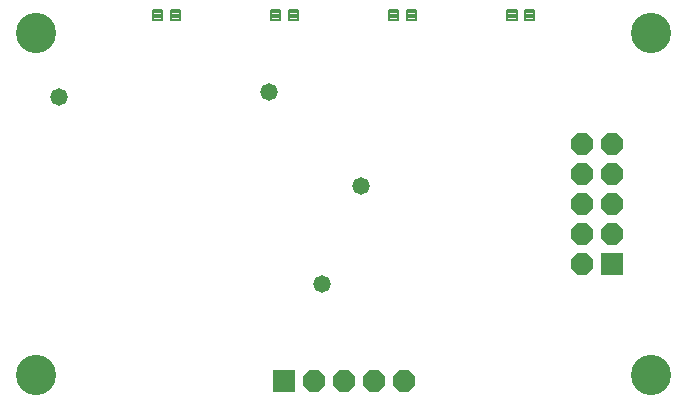
<source format=gbs>
G75*
G70*
%OFA0B0*%
%FSLAX24Y24*%
%IPPOS*%
%LPD*%
%AMOC8*
5,1,8,0,0,1.08239X$1,22.5*
%
%ADD10C,0.0083*%
%ADD11R,0.0720X0.0720*%
%ADD12OC8,0.0720*%
%ADD13C,0.1340*%
%ADD14C,0.0580*%
D10*
X010161Y018043D02*
X010161Y018355D01*
X010161Y018043D02*
X009849Y018043D01*
X009849Y018355D01*
X010161Y018355D01*
X010161Y018125D02*
X009849Y018125D01*
X009849Y018207D02*
X010161Y018207D01*
X010161Y018289D02*
X009849Y018289D01*
X010751Y018355D02*
X010751Y018043D01*
X010439Y018043D01*
X010439Y018355D01*
X010751Y018355D01*
X010751Y018125D02*
X010439Y018125D01*
X010439Y018207D02*
X010751Y018207D01*
X010751Y018289D02*
X010439Y018289D01*
X014098Y018355D02*
X014098Y018043D01*
X013786Y018043D01*
X013786Y018355D01*
X014098Y018355D01*
X014098Y018125D02*
X013786Y018125D01*
X013786Y018207D02*
X014098Y018207D01*
X014098Y018289D02*
X013786Y018289D01*
X014688Y018355D02*
X014688Y018043D01*
X014376Y018043D01*
X014376Y018355D01*
X014688Y018355D01*
X014688Y018125D02*
X014376Y018125D01*
X014376Y018207D02*
X014688Y018207D01*
X014688Y018289D02*
X014376Y018289D01*
X018035Y018355D02*
X018035Y018043D01*
X017723Y018043D01*
X017723Y018355D01*
X018035Y018355D01*
X018035Y018125D02*
X017723Y018125D01*
X017723Y018207D02*
X018035Y018207D01*
X018035Y018289D02*
X017723Y018289D01*
X018625Y018355D02*
X018625Y018043D01*
X018313Y018043D01*
X018313Y018355D01*
X018625Y018355D01*
X018625Y018125D02*
X018313Y018125D01*
X018313Y018207D02*
X018625Y018207D01*
X018625Y018289D02*
X018313Y018289D01*
X021972Y018355D02*
X021972Y018043D01*
X021660Y018043D01*
X021660Y018355D01*
X021972Y018355D01*
X021972Y018125D02*
X021660Y018125D01*
X021660Y018207D02*
X021972Y018207D01*
X021972Y018289D02*
X021660Y018289D01*
X022562Y018355D02*
X022562Y018043D01*
X022250Y018043D01*
X022250Y018355D01*
X022562Y018355D01*
X022562Y018125D02*
X022250Y018125D01*
X022250Y018207D02*
X022562Y018207D01*
X022562Y018289D02*
X022250Y018289D01*
D11*
X025170Y009900D03*
X014205Y005994D03*
D12*
X015205Y005994D03*
X016205Y005994D03*
X017205Y005994D03*
X018205Y005994D03*
X024170Y009900D03*
X024170Y010900D03*
X025170Y010900D03*
X025170Y011900D03*
X024170Y011900D03*
X024170Y012900D03*
X025170Y012900D03*
X025170Y013900D03*
X024170Y013900D03*
D13*
X005969Y006191D03*
X026442Y006191D03*
X026442Y017608D03*
X005969Y017608D03*
D14*
X006732Y015458D03*
X013707Y015616D03*
X016782Y012483D03*
X015482Y009233D03*
M02*

</source>
